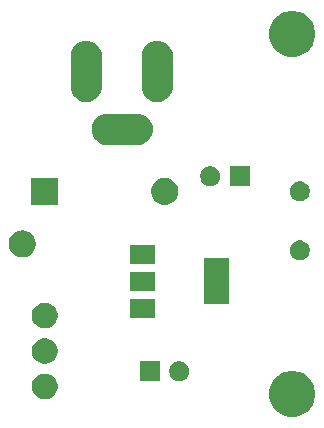
<source format=gbr>
%TF.GenerationSoftware,KiCad,Pcbnew,5.1.5+dfsg1-2build2*%
%TF.CreationDate,2020-12-20T05:39:22+01:00*%
%TF.ProjectId,PSmod1105-v2,50536d6f-6431-4313-9035-2d76322e6b69,rev?*%
%TF.SameCoordinates,PX48ab840PY77e7cd0*%
%TF.FileFunction,Soldermask,Top*%
%TF.FilePolarity,Negative*%
%FSLAX46Y46*%
G04 Gerber Fmt 4.6, Leading zero omitted, Abs format (unit mm)*
G04 Created by KiCad (PCBNEW 5.1.5+dfsg1-2build2) date 2020-12-20 05:39:22*
%MOMM*%
%LPD*%
G04 APERTURE LIST*
%ADD10C,0.150000*%
G04 APERTURE END LIST*
D10*
G36*
X26604085Y5051025D02*
G01*
X26959143Y4903955D01*
X26959145Y4903954D01*
X27278690Y4690441D01*
X27550441Y4418690D01*
X27745492Y4126775D01*
X27763955Y4099143D01*
X27911025Y3744085D01*
X27986000Y3367158D01*
X27986000Y2982842D01*
X27911025Y2605915D01*
X27763955Y2250857D01*
X27763954Y2250855D01*
X27550441Y1931310D01*
X27278690Y1659559D01*
X26959145Y1446046D01*
X26959144Y1446045D01*
X26959143Y1446045D01*
X26604085Y1298975D01*
X26227158Y1224000D01*
X25842842Y1224000D01*
X25465915Y1298975D01*
X25110857Y1446045D01*
X25110856Y1446045D01*
X25110855Y1446046D01*
X24791310Y1659559D01*
X24519559Y1931310D01*
X24306046Y2250855D01*
X24306045Y2250857D01*
X24158975Y2605915D01*
X24084000Y2982842D01*
X24084000Y3367158D01*
X24158975Y3744085D01*
X24306045Y4099143D01*
X24324508Y4126775D01*
X24519559Y4418690D01*
X24791310Y4690441D01*
X25110855Y4903954D01*
X25110857Y4903955D01*
X25465915Y5051025D01*
X25842842Y5126000D01*
X26227158Y5126000D01*
X26604085Y5051025D01*
G37*
G36*
X5396775Y4854266D02*
G01*
X5594414Y4772401D01*
X5772285Y4653552D01*
X5923552Y4502285D01*
X6042401Y4324414D01*
X6124266Y4126775D01*
X6166000Y3916962D01*
X6166000Y3703038D01*
X6124266Y3493225D01*
X6042401Y3295586D01*
X5923552Y3117715D01*
X5772285Y2966448D01*
X5594414Y2847599D01*
X5396775Y2765734D01*
X5186963Y2724000D01*
X4973037Y2724000D01*
X4763225Y2765734D01*
X4565586Y2847599D01*
X4387715Y2966448D01*
X4236448Y3117715D01*
X4117599Y3295586D01*
X4035734Y3493225D01*
X3994000Y3703038D01*
X3994000Y3916962D01*
X4035734Y4126775D01*
X4117599Y4324414D01*
X4236448Y4502285D01*
X4387715Y4653552D01*
X4565586Y4772401D01*
X4763225Y4854266D01*
X4973037Y4896000D01*
X5186963Y4896000D01*
X5396775Y4854266D01*
G37*
G36*
X14821000Y4229000D02*
G01*
X13119000Y4229000D01*
X13119000Y5931000D01*
X14821000Y5931000D01*
X14821000Y4229000D01*
G37*
G36*
X16718228Y5898297D02*
G01*
X16873100Y5834147D01*
X17012481Y5741015D01*
X17131015Y5622481D01*
X17224147Y5483100D01*
X17288297Y5328228D01*
X17321000Y5163816D01*
X17321000Y4996184D01*
X17288297Y4831772D01*
X17224147Y4676900D01*
X17131015Y4537519D01*
X17012481Y4418985D01*
X16873100Y4325853D01*
X16718228Y4261703D01*
X16553816Y4229000D01*
X16386184Y4229000D01*
X16221772Y4261703D01*
X16066900Y4325853D01*
X15927519Y4418985D01*
X15808985Y4537519D01*
X15715853Y4676900D01*
X15651703Y4831772D01*
X15619000Y4996184D01*
X15619000Y5163816D01*
X15651703Y5328228D01*
X15715853Y5483100D01*
X15808985Y5622481D01*
X15927519Y5741015D01*
X16066900Y5834147D01*
X16221772Y5898297D01*
X16386184Y5931000D01*
X16553816Y5931000D01*
X16718228Y5898297D01*
G37*
G36*
X5291868Y7875133D02*
G01*
X5396775Y7854266D01*
X5594414Y7772401D01*
X5772285Y7653552D01*
X5923552Y7502285D01*
X6042401Y7324414D01*
X6124266Y7126775D01*
X6166000Y6916962D01*
X6166000Y6703038D01*
X6124266Y6493225D01*
X6042401Y6295586D01*
X5923552Y6117715D01*
X5772285Y5966448D01*
X5594414Y5847599D01*
X5396775Y5765734D01*
X5186963Y5724000D01*
X4973037Y5724000D01*
X4763225Y5765734D01*
X4565586Y5847599D01*
X4387715Y5966448D01*
X4236448Y6117715D01*
X4117599Y6295586D01*
X4035734Y6493225D01*
X3994000Y6703038D01*
X3994000Y6916962D01*
X4035734Y7126775D01*
X4117599Y7324414D01*
X4236448Y7502285D01*
X4387715Y7653552D01*
X4565586Y7772401D01*
X4763225Y7854266D01*
X4868132Y7875133D01*
X4973037Y7896000D01*
X5186963Y7896000D01*
X5291868Y7875133D01*
G37*
G36*
X5396775Y10854266D02*
G01*
X5594414Y10772401D01*
X5772285Y10653552D01*
X5923552Y10502285D01*
X6042401Y10324414D01*
X6124266Y10126775D01*
X6166000Y9916962D01*
X6166000Y9703038D01*
X6124266Y9493225D01*
X6042401Y9295586D01*
X5923552Y9117715D01*
X5772285Y8966448D01*
X5594414Y8847599D01*
X5396775Y8765734D01*
X5291868Y8744867D01*
X5186963Y8724000D01*
X4973037Y8724000D01*
X4868132Y8744867D01*
X4763225Y8765734D01*
X4565586Y8847599D01*
X4387715Y8966448D01*
X4236448Y9117715D01*
X4117599Y9295586D01*
X4035734Y9493225D01*
X3994000Y9703038D01*
X3994000Y9916962D01*
X4035734Y10126775D01*
X4117599Y10324414D01*
X4236448Y10502285D01*
X4387715Y10653552D01*
X4565586Y10772401D01*
X4763225Y10854266D01*
X4973037Y10896000D01*
X5186963Y10896000D01*
X5396775Y10854266D01*
G37*
G36*
X14411000Y9599000D02*
G01*
X12309000Y9599000D01*
X12309000Y11201000D01*
X14411000Y11201000D01*
X14411000Y9599000D01*
G37*
G36*
X20711000Y10749000D02*
G01*
X18609000Y10749000D01*
X18609000Y14651000D01*
X20711000Y14651000D01*
X20711000Y10749000D01*
G37*
G36*
X14411000Y11899000D02*
G01*
X12309000Y11899000D01*
X12309000Y13501000D01*
X14411000Y13501000D01*
X14411000Y11899000D01*
G37*
G36*
X14411000Y14199000D02*
G01*
X12309000Y14199000D01*
X12309000Y15801000D01*
X14411000Y15801000D01*
X14411000Y14199000D01*
G37*
G36*
X26918228Y16138297D02*
G01*
X27073100Y16074147D01*
X27212481Y15981015D01*
X27331015Y15862481D01*
X27424147Y15723100D01*
X27488297Y15568228D01*
X27521000Y15403816D01*
X27521000Y15236184D01*
X27488297Y15071772D01*
X27424147Y14916900D01*
X27331015Y14777519D01*
X27212481Y14658985D01*
X27073100Y14565853D01*
X26918228Y14501703D01*
X26753816Y14469000D01*
X26586184Y14469000D01*
X26421772Y14501703D01*
X26266900Y14565853D01*
X26127519Y14658985D01*
X26008985Y14777519D01*
X25915853Y14916900D01*
X25851703Y15071772D01*
X25819000Y15236184D01*
X25819000Y15403816D01*
X25851703Y15568228D01*
X25915853Y15723100D01*
X26008985Y15862481D01*
X26127519Y15981015D01*
X26266900Y16074147D01*
X26421772Y16138297D01*
X26586184Y16171000D01*
X26753816Y16171000D01*
X26918228Y16138297D01*
G37*
G36*
X3399549Y17003884D02*
G01*
X3510734Y16981768D01*
X3720203Y16895003D01*
X3908720Y16769040D01*
X4069040Y16608720D01*
X4195003Y16420203D01*
X4281768Y16210734D01*
X4326000Y15988364D01*
X4326000Y15761636D01*
X4281768Y15539266D01*
X4195003Y15329797D01*
X4069040Y15141280D01*
X3908720Y14980960D01*
X3720203Y14854997D01*
X3510734Y14768232D01*
X3399549Y14746116D01*
X3288365Y14724000D01*
X3061635Y14724000D01*
X2950451Y14746116D01*
X2839266Y14768232D01*
X2629797Y14854997D01*
X2441280Y14980960D01*
X2280960Y15141280D01*
X2154997Y15329797D01*
X2068232Y15539266D01*
X2024000Y15761636D01*
X2024000Y15988364D01*
X2068232Y16210734D01*
X2154997Y16420203D01*
X2280960Y16608720D01*
X2441280Y16769040D01*
X2629797Y16895003D01*
X2839266Y16981768D01*
X2950451Y17003884D01*
X3061635Y17026000D01*
X3288365Y17026000D01*
X3399549Y17003884D01*
G37*
G36*
X15464549Y21448884D02*
G01*
X15575734Y21426768D01*
X15723850Y21365416D01*
X15780933Y21341772D01*
X15785203Y21340003D01*
X15973720Y21214040D01*
X16134040Y21053720D01*
X16217385Y20928985D01*
X16260004Y20865201D01*
X16346768Y20655733D01*
X16391000Y20433365D01*
X16391000Y20206635D01*
X16346768Y19984267D01*
X16261131Y19777519D01*
X16260003Y19774797D01*
X16134040Y19586280D01*
X15973720Y19425960D01*
X15785203Y19299997D01*
X15575734Y19213232D01*
X15464549Y19191116D01*
X15353365Y19169000D01*
X15126635Y19169000D01*
X15015451Y19191116D01*
X14904266Y19213232D01*
X14694797Y19299997D01*
X14506280Y19425960D01*
X14345960Y19586280D01*
X14219997Y19774797D01*
X14218870Y19777519D01*
X14133232Y19984267D01*
X14089000Y20206635D01*
X14089000Y20433365D01*
X14133232Y20655733D01*
X14219996Y20865201D01*
X14262615Y20928985D01*
X14345960Y21053720D01*
X14506280Y21214040D01*
X14694797Y21340003D01*
X14699068Y21341772D01*
X14756150Y21365416D01*
X14904266Y21426768D01*
X15015451Y21448884D01*
X15126635Y21471000D01*
X15353365Y21471000D01*
X15464549Y21448884D01*
G37*
G36*
X6231000Y19169000D02*
G01*
X3929000Y19169000D01*
X3929000Y21471000D01*
X6231000Y21471000D01*
X6231000Y19169000D01*
G37*
G36*
X26918228Y21138297D02*
G01*
X27073100Y21074147D01*
X27212481Y20981015D01*
X27331015Y20862481D01*
X27424147Y20723100D01*
X27488297Y20568228D01*
X27521000Y20403816D01*
X27521000Y20236184D01*
X27488297Y20071772D01*
X27424147Y19916900D01*
X27331015Y19777519D01*
X27212481Y19658985D01*
X27073100Y19565853D01*
X26918228Y19501703D01*
X26753816Y19469000D01*
X26586184Y19469000D01*
X26421772Y19501703D01*
X26266900Y19565853D01*
X26127519Y19658985D01*
X26008985Y19777519D01*
X25915853Y19916900D01*
X25851703Y20071772D01*
X25819000Y20236184D01*
X25819000Y20403816D01*
X25851703Y20568228D01*
X25915853Y20723100D01*
X26008985Y20862481D01*
X26127519Y20981015D01*
X26266900Y21074147D01*
X26421772Y21138297D01*
X26586184Y21171000D01*
X26753816Y21171000D01*
X26918228Y21138297D01*
G37*
G36*
X19338228Y22408297D02*
G01*
X19493100Y22344147D01*
X19632481Y22251015D01*
X19751015Y22132481D01*
X19844147Y21993100D01*
X19908297Y21838228D01*
X19941000Y21673816D01*
X19941000Y21506184D01*
X19908297Y21341772D01*
X19844147Y21186900D01*
X19751015Y21047519D01*
X19632481Y20928985D01*
X19493100Y20835853D01*
X19338228Y20771703D01*
X19173816Y20739000D01*
X19006184Y20739000D01*
X18841772Y20771703D01*
X18686900Y20835853D01*
X18547519Y20928985D01*
X18428985Y21047519D01*
X18335853Y21186900D01*
X18271703Y21341772D01*
X18239000Y21506184D01*
X18239000Y21673816D01*
X18271703Y21838228D01*
X18335853Y21993100D01*
X18428985Y22132481D01*
X18547519Y22251015D01*
X18686900Y22344147D01*
X18841772Y22408297D01*
X19006184Y22441000D01*
X19173816Y22441000D01*
X19338228Y22408297D01*
G37*
G36*
X22441000Y20739000D02*
G01*
X20739000Y20739000D01*
X20739000Y22441000D01*
X22441000Y22441000D01*
X22441000Y20739000D01*
G37*
G36*
X13054580Y26894629D02*
G01*
X13183961Y26881886D01*
X13432971Y26806349D01*
X13432973Y26806348D01*
X13662458Y26683686D01*
X13863608Y26518608D01*
X14028685Y26317459D01*
X14151349Y26087971D01*
X14226886Y25838961D01*
X14252391Y25580000D01*
X14226886Y25321039D01*
X14151349Y25072029D01*
X14151348Y25072027D01*
X14028686Y24842542D01*
X13863608Y24641392D01*
X13662458Y24476314D01*
X13432973Y24353652D01*
X13432971Y24353651D01*
X13183961Y24278114D01*
X13054580Y24265371D01*
X12989891Y24259000D01*
X10320109Y24259000D01*
X10255420Y24265371D01*
X10126039Y24278114D01*
X9877029Y24353651D01*
X9877027Y24353652D01*
X9647542Y24476314D01*
X9446392Y24641392D01*
X9281314Y24842542D01*
X9158652Y25072027D01*
X9158651Y25072029D01*
X9083114Y25321039D01*
X9057609Y25580000D01*
X9083114Y25838961D01*
X9158651Y26087971D01*
X9281315Y26317459D01*
X9446392Y26518608D01*
X9647542Y26683686D01*
X9877027Y26806348D01*
X9877029Y26806349D01*
X10126039Y26881886D01*
X10255420Y26894629D01*
X10320109Y26901000D01*
X12989891Y26901000D01*
X13054580Y26894629D01*
G37*
G36*
X14863961Y33051886D02*
G01*
X15112971Y32976349D01*
X15112973Y32976348D01*
X15342458Y32853686D01*
X15543608Y32688608D01*
X15708685Y32487459D01*
X15831349Y32257971D01*
X15906886Y32008961D01*
X15926000Y31814890D01*
X15926000Y29145110D01*
X15906886Y28951039D01*
X15831349Y28702030D01*
X15831348Y28702027D01*
X15708686Y28472541D01*
X15543607Y28271393D01*
X15342457Y28106314D01*
X15112972Y27983652D01*
X15112970Y27983651D01*
X14863960Y27908114D01*
X14605000Y27882609D01*
X14346039Y27908114D01*
X14097029Y27983651D01*
X14097027Y27983652D01*
X13867541Y28106314D01*
X13666393Y28271393D01*
X13501314Y28472543D01*
X13378652Y28702028D01*
X13378651Y28702030D01*
X13303114Y28951040D01*
X13284000Y29145111D01*
X13284001Y31814890D01*
X13303115Y32008961D01*
X13378652Y32257971D01*
X13501316Y32487459D01*
X13666393Y32688608D01*
X13867543Y32853686D01*
X14097028Y32976348D01*
X14097030Y32976349D01*
X14346040Y33051886D01*
X14605000Y33077391D01*
X14863961Y33051886D01*
G37*
G36*
X8863961Y33051886D02*
G01*
X9112971Y32976349D01*
X9112973Y32976348D01*
X9342458Y32853686D01*
X9543608Y32688608D01*
X9708685Y32487459D01*
X9831349Y32257971D01*
X9906886Y32008961D01*
X9926000Y31814890D01*
X9926000Y29145110D01*
X9906886Y28951039D01*
X9831349Y28702030D01*
X9831348Y28702027D01*
X9708686Y28472541D01*
X9543607Y28271393D01*
X9342457Y28106314D01*
X9112972Y27983652D01*
X9112970Y27983651D01*
X8863960Y27908114D01*
X8605000Y27882609D01*
X8346039Y27908114D01*
X8097029Y27983651D01*
X8097027Y27983652D01*
X7867541Y28106314D01*
X7666393Y28271393D01*
X7501314Y28472543D01*
X7378652Y28702028D01*
X7378651Y28702030D01*
X7303114Y28951040D01*
X7284000Y29145111D01*
X7284001Y31814890D01*
X7303115Y32008961D01*
X7378652Y32257971D01*
X7501316Y32487459D01*
X7666393Y32688608D01*
X7867543Y32853686D01*
X8097028Y32976348D01*
X8097030Y32976349D01*
X8346040Y33051886D01*
X8605000Y33077391D01*
X8863961Y33051886D01*
G37*
G36*
X26604085Y35531025D02*
G01*
X26959143Y35383955D01*
X26959145Y35383954D01*
X27278690Y35170441D01*
X27550441Y34898690D01*
X27763954Y34579145D01*
X27763955Y34579143D01*
X27911025Y34224085D01*
X27986000Y33847158D01*
X27986000Y33462842D01*
X27911025Y33085915D01*
X27814832Y32853686D01*
X27763954Y32730855D01*
X27550441Y32411310D01*
X27278690Y32139559D01*
X26959145Y31926046D01*
X26959144Y31926045D01*
X26959143Y31926045D01*
X26604085Y31778975D01*
X26227158Y31704000D01*
X25842842Y31704000D01*
X25465915Y31778975D01*
X25110857Y31926045D01*
X25110856Y31926045D01*
X25110855Y31926046D01*
X24791310Y32139559D01*
X24519559Y32411310D01*
X24306046Y32730855D01*
X24255168Y32853686D01*
X24158975Y33085915D01*
X24084000Y33462842D01*
X24084000Y33847158D01*
X24158975Y34224085D01*
X24306045Y34579143D01*
X24306046Y34579145D01*
X24519559Y34898690D01*
X24791310Y35170441D01*
X25110855Y35383954D01*
X25110857Y35383955D01*
X25465915Y35531025D01*
X25842842Y35606000D01*
X26227158Y35606000D01*
X26604085Y35531025D01*
G37*
M02*

</source>
